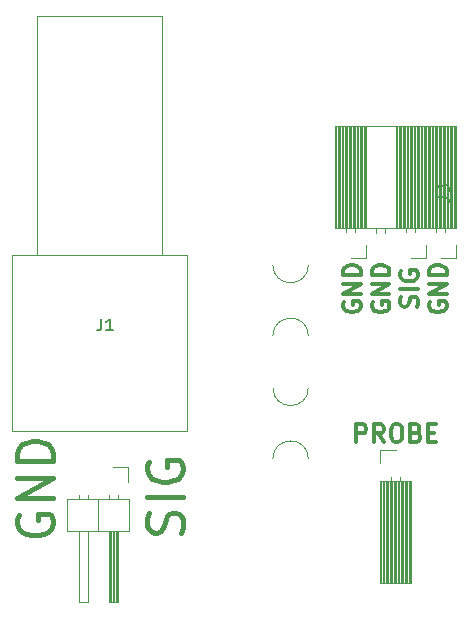
<source format=gbr>
%TF.GenerationSoftware,KiCad,Pcbnew,6.0.2+dfsg-1*%
%TF.CreationDate,2023-03-03T12:49:29-07:00*%
%TF.ProjectId,flex_fixture,666c6578-5f66-4697-9874-7572652e6b69,rev?*%
%TF.SameCoordinates,Original*%
%TF.FileFunction,Legend,Top*%
%TF.FilePolarity,Positive*%
%FSLAX46Y46*%
G04 Gerber Fmt 4.6, Leading zero omitted, Abs format (unit mm)*
G04 Created by KiCad (PCBNEW 6.0.2+dfsg-1) date 2023-03-03 12:49:29*
%MOMM*%
%LPD*%
G01*
G04 APERTURE LIST*
%ADD10C,0.300000*%
%ADD11C,0.400000*%
%ADD12C,0.440000*%
%ADD13C,0.150000*%
%ADD14C,0.120000*%
%ADD15C,0.100000*%
G04 APERTURE END LIST*
D10*
X125842857Y-100478571D02*
X125842857Y-98978571D01*
X126414285Y-98978571D01*
X126557142Y-99050000D01*
X126628571Y-99121428D01*
X126700000Y-99264285D01*
X126700000Y-99478571D01*
X126628571Y-99621428D01*
X126557142Y-99692857D01*
X126414285Y-99764285D01*
X125842857Y-99764285D01*
X128200000Y-100478571D02*
X127700000Y-99764285D01*
X127342857Y-100478571D02*
X127342857Y-98978571D01*
X127914285Y-98978571D01*
X128057142Y-99050000D01*
X128128571Y-99121428D01*
X128200000Y-99264285D01*
X128200000Y-99478571D01*
X128128571Y-99621428D01*
X128057142Y-99692857D01*
X127914285Y-99764285D01*
X127342857Y-99764285D01*
X129128571Y-98978571D02*
X129414285Y-98978571D01*
X129557142Y-99050000D01*
X129700000Y-99192857D01*
X129771428Y-99478571D01*
X129771428Y-99978571D01*
X129700000Y-100264285D01*
X129557142Y-100407142D01*
X129414285Y-100478571D01*
X129128571Y-100478571D01*
X128985714Y-100407142D01*
X128842857Y-100264285D01*
X128771428Y-99978571D01*
X128771428Y-99478571D01*
X128842857Y-99192857D01*
X128985714Y-99050000D01*
X129128571Y-98978571D01*
X130914285Y-99692857D02*
X131128571Y-99764285D01*
X131200000Y-99835714D01*
X131271428Y-99978571D01*
X131271428Y-100192857D01*
X131200000Y-100335714D01*
X131128571Y-100407142D01*
X130985714Y-100478571D01*
X130414285Y-100478571D01*
X130414285Y-98978571D01*
X130914285Y-98978571D01*
X131057142Y-99050000D01*
X131128571Y-99121428D01*
X131200000Y-99264285D01*
X131200000Y-99407142D01*
X131128571Y-99550000D01*
X131057142Y-99621428D01*
X130914285Y-99692857D01*
X130414285Y-99692857D01*
X131914285Y-99692857D02*
X132414285Y-99692857D01*
X132628571Y-100478571D02*
X131914285Y-100478571D01*
X131914285Y-98978571D01*
X132628571Y-98978571D01*
X124827500Y-88642857D02*
X124756071Y-88785714D01*
X124756071Y-89000000D01*
X124827500Y-89214285D01*
X124970357Y-89357142D01*
X125113214Y-89428571D01*
X125398928Y-89500000D01*
X125613214Y-89500000D01*
X125898928Y-89428571D01*
X126041785Y-89357142D01*
X126184642Y-89214285D01*
X126256071Y-89000000D01*
X126256071Y-88857142D01*
X126184642Y-88642857D01*
X126113214Y-88571428D01*
X125613214Y-88571428D01*
X125613214Y-88857142D01*
X126256071Y-87928571D02*
X124756071Y-87928571D01*
X126256071Y-87071428D01*
X124756071Y-87071428D01*
X126256071Y-86357142D02*
X124756071Y-86357142D01*
X124756071Y-86000000D01*
X124827500Y-85785714D01*
X124970357Y-85642857D01*
X125113214Y-85571428D01*
X125398928Y-85500000D01*
X125613214Y-85500000D01*
X125898928Y-85571428D01*
X126041785Y-85642857D01*
X126184642Y-85785714D01*
X126256071Y-86000000D01*
X126256071Y-86357142D01*
X127242500Y-88642857D02*
X127171071Y-88785714D01*
X127171071Y-89000000D01*
X127242500Y-89214285D01*
X127385357Y-89357142D01*
X127528214Y-89428571D01*
X127813928Y-89500000D01*
X128028214Y-89500000D01*
X128313928Y-89428571D01*
X128456785Y-89357142D01*
X128599642Y-89214285D01*
X128671071Y-89000000D01*
X128671071Y-88857142D01*
X128599642Y-88642857D01*
X128528214Y-88571428D01*
X128028214Y-88571428D01*
X128028214Y-88857142D01*
X128671071Y-87928571D02*
X127171071Y-87928571D01*
X128671071Y-87071428D01*
X127171071Y-87071428D01*
X128671071Y-86357142D02*
X127171071Y-86357142D01*
X127171071Y-86000000D01*
X127242500Y-85785714D01*
X127385357Y-85642857D01*
X127528214Y-85571428D01*
X127813928Y-85500000D01*
X128028214Y-85500000D01*
X128313928Y-85571428D01*
X128456785Y-85642857D01*
X128599642Y-85785714D01*
X128671071Y-86000000D01*
X128671071Y-86357142D01*
X131014642Y-89035714D02*
X131086071Y-88821428D01*
X131086071Y-88464285D01*
X131014642Y-88321428D01*
X130943214Y-88250000D01*
X130800357Y-88178571D01*
X130657500Y-88178571D01*
X130514642Y-88250000D01*
X130443214Y-88321428D01*
X130371785Y-88464285D01*
X130300357Y-88750000D01*
X130228928Y-88892857D01*
X130157500Y-88964285D01*
X130014642Y-89035714D01*
X129871785Y-89035714D01*
X129728928Y-88964285D01*
X129657500Y-88892857D01*
X129586071Y-88750000D01*
X129586071Y-88392857D01*
X129657500Y-88178571D01*
X131086071Y-87535714D02*
X129586071Y-87535714D01*
X129657500Y-86035714D02*
X129586071Y-86178571D01*
X129586071Y-86392857D01*
X129657500Y-86607142D01*
X129800357Y-86750000D01*
X129943214Y-86821428D01*
X130228928Y-86892857D01*
X130443214Y-86892857D01*
X130728928Y-86821428D01*
X130871785Y-86750000D01*
X131014642Y-86607142D01*
X131086071Y-86392857D01*
X131086071Y-86250000D01*
X131014642Y-86035714D01*
X130943214Y-85964285D01*
X130443214Y-85964285D01*
X130443214Y-86250000D01*
X132072500Y-88642857D02*
X132001071Y-88785714D01*
X132001071Y-89000000D01*
X132072500Y-89214285D01*
X132215357Y-89357142D01*
X132358214Y-89428571D01*
X132643928Y-89500000D01*
X132858214Y-89500000D01*
X133143928Y-89428571D01*
X133286785Y-89357142D01*
X133429642Y-89214285D01*
X133501071Y-89000000D01*
X133501071Y-88857142D01*
X133429642Y-88642857D01*
X133358214Y-88571428D01*
X132858214Y-88571428D01*
X132858214Y-88857142D01*
X133501071Y-87928571D02*
X132001071Y-87928571D01*
X133501071Y-87071428D01*
X132001071Y-87071428D01*
X133501071Y-86357142D02*
X132001071Y-86357142D01*
X132001071Y-86000000D01*
X132072500Y-85785714D01*
X132215357Y-85642857D01*
X132358214Y-85571428D01*
X132643928Y-85500000D01*
X132858214Y-85500000D01*
X133143928Y-85571428D01*
X133286785Y-85642857D01*
X133429642Y-85785714D01*
X133501071Y-86000000D01*
X133501071Y-86357142D01*
D11*
X97300000Y-106685714D02*
X97157142Y-106971428D01*
X97157142Y-107400000D01*
X97300000Y-107828571D01*
X97585714Y-108114285D01*
X97871428Y-108257142D01*
X98442857Y-108400000D01*
X98871428Y-108400000D01*
X99442857Y-108257142D01*
X99728571Y-108114285D01*
X100014285Y-107828571D01*
X100157142Y-107400000D01*
X100157142Y-107114285D01*
X100014285Y-106685714D01*
X99871428Y-106542857D01*
X98871428Y-106542857D01*
X98871428Y-107114285D01*
X100157142Y-105257142D02*
X97157142Y-105257142D01*
X100157142Y-103542857D01*
X97157142Y-103542857D01*
X100157142Y-102114285D02*
X97157142Y-102114285D01*
X97157142Y-101400000D01*
X97300000Y-100971428D01*
X97585714Y-100685714D01*
X97871428Y-100542857D01*
X98442857Y-100400000D01*
X98871428Y-100400000D01*
X99442857Y-100542857D01*
X99728571Y-100685714D01*
X100014285Y-100971428D01*
X100157142Y-101400000D01*
X100157142Y-102114285D01*
D12*
X111014285Y-108171428D02*
X111157142Y-107742857D01*
X111157142Y-107028571D01*
X111014285Y-106742857D01*
X110871428Y-106600000D01*
X110585714Y-106457142D01*
X110300000Y-106457142D01*
X110014285Y-106600000D01*
X109871428Y-106742857D01*
X109728571Y-107028571D01*
X109585714Y-107600000D01*
X109442857Y-107885714D01*
X109300000Y-108028571D01*
X109014285Y-108171428D01*
X108728571Y-108171428D01*
X108442857Y-108028571D01*
X108300000Y-107885714D01*
X108157142Y-107600000D01*
X108157142Y-106885714D01*
X108300000Y-106457142D01*
X111157142Y-105171428D02*
X108157142Y-105171428D01*
X108300000Y-102171428D02*
X108157142Y-102457142D01*
X108157142Y-102885714D01*
X108300000Y-103314285D01*
X108585714Y-103600000D01*
X108871428Y-103742857D01*
X109442857Y-103885714D01*
X109871428Y-103885714D01*
X110442857Y-103742857D01*
X110728571Y-103600000D01*
X111014285Y-103314285D01*
X111157142Y-102885714D01*
X111157142Y-102600000D01*
X111014285Y-102171428D01*
X110871428Y-102028571D01*
X109871428Y-102028571D01*
X109871428Y-102600000D01*
D13*
%TO.C,J1*%
X104266666Y-90037380D02*
X104266666Y-90751666D01*
X104219047Y-90894523D01*
X104123809Y-90989761D01*
X103980952Y-91037380D01*
X103885714Y-91037380D01*
X105266666Y-91037380D02*
X104695238Y-91037380D01*
X104980952Y-91037380D02*
X104980952Y-90037380D01*
X104885714Y-90180238D01*
X104790476Y-90275476D01*
X104695238Y-90323095D01*
%TO.C,J3*%
X132692380Y-79753333D02*
X133406666Y-79753333D01*
X133549523Y-79800952D01*
X133644761Y-79896190D01*
X133692380Y-80039047D01*
X133692380Y-80134285D01*
X132692380Y-79372380D02*
X132692380Y-78753333D01*
X133073333Y-79086666D01*
X133073333Y-78943809D01*
X133120952Y-78848571D01*
X133168571Y-78800952D01*
X133263809Y-78753333D01*
X133501904Y-78753333D01*
X133597142Y-78800952D01*
X133644761Y-78848571D01*
X133692380Y-78943809D01*
X133692380Y-79229523D01*
X133644761Y-79324761D01*
X133597142Y-79372380D01*
D14*
%TO.C,J1*%
X98800000Y-84685000D02*
X109400000Y-84685000D01*
X109400000Y-84685000D02*
X109400000Y-64385000D01*
X109400000Y-64385000D02*
X98800000Y-64385000D01*
X98800000Y-64385000D02*
X98800000Y-84685000D01*
X96700000Y-84685000D02*
X111500000Y-84685000D01*
X111500000Y-84685000D02*
X111500000Y-99585000D01*
X111500000Y-99585000D02*
X96700000Y-99585000D01*
X96700000Y-99585000D02*
X96700000Y-84685000D01*
D15*
%TO.C,H8*%
X121800000Y-101900000D02*
G75*
G03*
X118800000Y-101900000I-1500000J0D01*
G01*
X118800000Y-95900000D02*
G75*
G03*
X121800000Y-95900000I1500000J0D01*
G01*
%TO.C,H7*%
X121800000Y-91500000D02*
G75*
G03*
X118800000Y-91500000I-1500000J0D01*
G01*
X118800000Y-85500000D02*
G75*
G03*
X121800000Y-85500000I1500000J0D01*
G01*
D14*
%TO.C,J3*%
X130499050Y-73710000D02*
X130499050Y-82340000D01*
X129318100Y-73710000D02*
X129318100Y-82340000D01*
X127570000Y-82340000D02*
X127570000Y-82750000D01*
X130144765Y-73710000D02*
X130144765Y-82340000D01*
X130380955Y-73710000D02*
X130380955Y-82340000D01*
X129790480Y-73710000D02*
X129790480Y-82340000D01*
X131207620Y-73710000D02*
X131207620Y-82340000D01*
X130971430Y-73710000D02*
X130971430Y-82340000D01*
X131443810Y-73710000D02*
X131443810Y-82340000D01*
X129436195Y-73710000D02*
X129436195Y-82340000D01*
X128290000Y-82340000D02*
X128290000Y-82750000D01*
X131325715Y-73710000D02*
X131325715Y-82340000D01*
X131680000Y-73710000D02*
X131680000Y-82340000D01*
X131800000Y-73710000D02*
X131800000Y-82340000D01*
X131561905Y-73710000D02*
X131561905Y-82340000D01*
X130026670Y-73710000D02*
X130026670Y-82340000D01*
X131800000Y-82340000D02*
X126600000Y-82340000D01*
X130262860Y-73710000D02*
X130262860Y-82340000D01*
X130830000Y-82340000D02*
X130830000Y-82690000D01*
X129908575Y-73710000D02*
X129908575Y-82340000D01*
X130853335Y-73710000D02*
X130853335Y-82340000D01*
X131800000Y-84910000D02*
X130470000Y-84910000D01*
X126600000Y-73710000D02*
X126600000Y-82340000D01*
X130735240Y-73710000D02*
X130735240Y-82340000D01*
X129554290Y-73710000D02*
X129554290Y-82340000D01*
X130110000Y-82340000D02*
X130110000Y-82690000D01*
X129672385Y-73710000D02*
X129672385Y-82340000D01*
X131800000Y-83800000D02*
X131800000Y-84910000D01*
X129200000Y-73710000D02*
X129200000Y-82340000D01*
X131800000Y-73710000D02*
X126600000Y-73710000D01*
X131089525Y-73710000D02*
X131089525Y-82340000D01*
X130617145Y-73710000D02*
X130617145Y-82340000D01*
%TO.C,J6*%
X134340000Y-82340000D02*
X131680000Y-82340000D01*
X132650000Y-82340000D02*
X132650000Y-82690000D01*
X132488175Y-73710000D02*
X132488175Y-82340000D01*
X133873635Y-73710000D02*
X133873635Y-82340000D01*
X131680000Y-73710000D02*
X131680000Y-82340000D01*
X133989090Y-73710000D02*
X133989090Y-82340000D01*
X133370000Y-82340000D02*
X133370000Y-82690000D01*
X132949995Y-73710000D02*
X132949995Y-82340000D01*
X132834540Y-73710000D02*
X132834540Y-82340000D01*
X133065450Y-73710000D02*
X133065450Y-82340000D01*
X133527270Y-73710000D02*
X133527270Y-82340000D01*
X134104545Y-73710000D02*
X134104545Y-82340000D01*
X131795445Y-73710000D02*
X131795445Y-82340000D01*
X134340000Y-73710000D02*
X131680000Y-73710000D01*
X132141810Y-73710000D02*
X132141810Y-82340000D01*
X132372720Y-73710000D02*
X132372720Y-82340000D01*
X133758180Y-73710000D02*
X133758180Y-82340000D01*
X133411815Y-73710000D02*
X133411815Y-82340000D01*
X132257265Y-73710000D02*
X132257265Y-82340000D01*
X132719085Y-73710000D02*
X132719085Y-82340000D01*
X131910900Y-73710000D02*
X131910900Y-82340000D01*
X132603630Y-73710000D02*
X132603630Y-82340000D01*
X134340000Y-84910000D02*
X133010000Y-84910000D01*
X133180905Y-73710000D02*
X133180905Y-82340000D01*
X134340000Y-73710000D02*
X134340000Y-82340000D01*
X133296360Y-73710000D02*
X133296360Y-82340000D01*
X133642725Y-73710000D02*
X133642725Y-82340000D01*
X134340000Y-83800000D02*
X134340000Y-84910000D01*
X134220000Y-73710000D02*
X134220000Y-82340000D01*
X132026355Y-73710000D02*
X132026355Y-82340000D01*
%TO.C,J5*%
X125560905Y-73710000D02*
X125560905Y-82340000D01*
X124060000Y-73710000D02*
X124060000Y-82340000D01*
X124983630Y-73710000D02*
X124983630Y-82340000D01*
X125445450Y-73710000D02*
X125445450Y-82340000D01*
X126720000Y-82340000D02*
X124060000Y-82340000D01*
X125030000Y-82340000D02*
X125030000Y-82690000D01*
X124868175Y-73710000D02*
X124868175Y-82340000D01*
X126484545Y-73710000D02*
X126484545Y-82340000D01*
X125214540Y-73710000D02*
X125214540Y-82340000D01*
X124290900Y-73710000D02*
X124290900Y-82340000D01*
X125676360Y-73710000D02*
X125676360Y-82340000D01*
X126720000Y-83800000D02*
X126720000Y-84910000D01*
X124637265Y-73710000D02*
X124637265Y-82340000D01*
X124521810Y-73710000D02*
X124521810Y-82340000D01*
X124175445Y-73710000D02*
X124175445Y-82340000D01*
X126600000Y-73710000D02*
X126600000Y-82340000D01*
X125750000Y-82340000D02*
X125750000Y-82690000D01*
X126720000Y-73710000D02*
X124060000Y-73710000D01*
X125791815Y-73710000D02*
X125791815Y-82340000D01*
X126138180Y-73710000D02*
X126138180Y-82340000D01*
X125099085Y-73710000D02*
X125099085Y-82340000D01*
X125907270Y-73710000D02*
X125907270Y-82340000D01*
X126720000Y-73710000D02*
X126720000Y-82340000D01*
X126022725Y-73710000D02*
X126022725Y-82340000D01*
X126253635Y-73710000D02*
X126253635Y-82340000D01*
X125329995Y-73710000D02*
X125329995Y-82340000D01*
X126720000Y-84910000D02*
X125390000Y-84910000D01*
X124406355Y-73710000D02*
X124406355Y-82340000D01*
X124752720Y-73710000D02*
X124752720Y-82340000D01*
X126369090Y-73710000D02*
X126369090Y-82340000D01*
%TO.C,J4*%
X130414555Y-112390000D02*
X130414555Y-103760000D01*
X127990000Y-112390000D02*
X127990000Y-103760000D01*
X128913640Y-112390000D02*
X128913640Y-103760000D01*
X128336365Y-112390000D02*
X128336365Y-103760000D01*
X129490915Y-112390000D02*
X129490915Y-103760000D01*
X130183645Y-112390000D02*
X130183645Y-103760000D01*
X128451820Y-112390000D02*
X128451820Y-103760000D01*
X127870000Y-112390000D02*
X130530000Y-112390000D01*
X130299100Y-112390000D02*
X130299100Y-103760000D01*
X127870000Y-101190000D02*
X129200000Y-101190000D01*
X129375460Y-112390000D02*
X129375460Y-103760000D01*
X129029095Y-112390000D02*
X129029095Y-103760000D01*
X130068190Y-112390000D02*
X130068190Y-103760000D01*
X129952735Y-112390000D02*
X129952735Y-103760000D01*
X127870000Y-112390000D02*
X127870000Y-103760000D01*
X129560000Y-103760000D02*
X129560000Y-103410000D01*
X130530000Y-112390000D02*
X130530000Y-103760000D01*
X128567275Y-112390000D02*
X128567275Y-103760000D01*
X127870000Y-102300000D02*
X127870000Y-101190000D01*
X129260005Y-112390000D02*
X129260005Y-103760000D01*
X128840000Y-103760000D02*
X128840000Y-103410000D01*
X129144550Y-112390000D02*
X129144550Y-103760000D01*
X128682730Y-112390000D02*
X128682730Y-103760000D01*
X129837280Y-112390000D02*
X129837280Y-103760000D01*
X129606370Y-112390000D02*
X129606370Y-103760000D01*
X128105455Y-112390000D02*
X128105455Y-103760000D01*
X128220910Y-112390000D02*
X128220910Y-103760000D01*
X129721825Y-112390000D02*
X129721825Y-103760000D01*
X128798185Y-112390000D02*
X128798185Y-103760000D01*
X127870000Y-103760000D02*
X130530000Y-103760000D01*
%TO.C,J2*%
X102355000Y-114000000D02*
X102355000Y-108000000D01*
X105655000Y-114000000D02*
X104895000Y-114000000D01*
X104895000Y-114000000D02*
X104895000Y-108000000D01*
X103115000Y-104942929D02*
X103115000Y-105340000D01*
X106605000Y-108000000D02*
X106605000Y-105340000D01*
X106545000Y-102630000D02*
X106545000Y-103900000D01*
X102355000Y-104942929D02*
X102355000Y-105340000D01*
X104005000Y-105340000D02*
X104005000Y-108000000D01*
X101405000Y-105340000D02*
X101405000Y-108000000D01*
X105475000Y-108000000D02*
X105475000Y-114000000D01*
X105655000Y-105010000D02*
X105655000Y-105340000D01*
X101405000Y-108000000D02*
X106605000Y-108000000D01*
X105275000Y-102630000D02*
X106545000Y-102630000D01*
X105595000Y-108000000D02*
X105595000Y-114000000D01*
X103115000Y-114000000D02*
X102355000Y-114000000D01*
X104895000Y-105010000D02*
X104895000Y-105340000D01*
X105115000Y-108000000D02*
X105115000Y-114000000D01*
X105655000Y-108000000D02*
X105655000Y-114000000D01*
X105355000Y-108000000D02*
X105355000Y-114000000D01*
X105235000Y-108000000D02*
X105235000Y-114000000D01*
X106605000Y-105340000D02*
X101405000Y-105340000D01*
X104995000Y-108000000D02*
X104995000Y-114000000D01*
X103115000Y-108000000D02*
X103115000Y-114000000D01*
%TD*%
M02*

</source>
